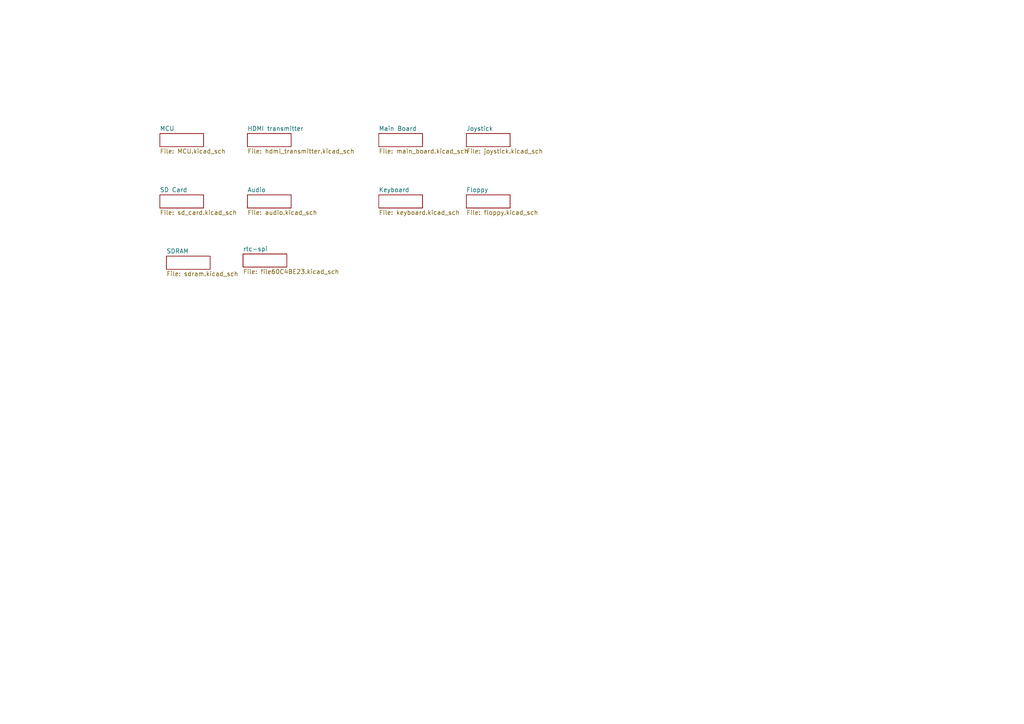
<source format=kicad_sch>
(kicad_sch (version 20230121) (generator eeschema)
  (paper "A4")
  (title_block (rev "0.1") (company "deFEEST"))
  (lib_symbols)
  (sheet (at 46.355 38.735) (size 12.7 3.81)
    (property "Sheetname" "MCU" (at 46.355 38.0234 0) (effects (justify left bottom)))
    (property "Sheetfile" "MCU.kicad_sch" (at 46.355 43.1296 0) (effects (justify left top)))
  )
  (sheet (at 71.755 38.735) (size 12.7 3.81)
    (property "Sheetname" "HDMI transmitter" (at 71.755 38.0234 0) (effects (justify left bottom)))
    (property "Sheetfile" "hdmi_transmitter.kicad_sch" (at 71.755 43.1296 0) (effects (justify left top)))
  )
  (sheet (at 109.855 38.735) (size 12.7 3.81)
    (property "Sheetname" "Main Board" (at 109.855 38.0234 0) (effects (justify left bottom)))
    (property "Sheetfile" "main_board.kicad_sch" (at 109.855 43.1296 0) (effects (justify left top)))
  )
  (sheet (at 135.255 38.735) (size 12.7 3.81)
    (property "Sheetname" "Joystick" (at 135.255 38.0234 0) (effects (justify left bottom)))
    (property "Sheetfile" "joystick.kicad_sch" (at 135.255 43.1296 0) (effects (justify left top)))
  )
  (sheet (at 46.355 56.515) (size 12.7 3.81)
    (property "Sheetname" "SD Card" (at 46.355 55.8034 0) (effects (justify left bottom)))
    (property "Sheetfile" "sd_card.kicad_sch" (at 46.355 60.9096 0) (effects (justify left top)))
  )
  (sheet (at 71.755 56.515) (size 12.7 3.81)
    (property "Sheetname" "Audio" (at 71.755 55.8034 0) (effects (justify left bottom)))
    (property "Sheetfile" "audio.kicad_sch" (at 71.755 60.9096 0) (effects (justify left top)))
  )
  (sheet (at 109.855 56.515) (size 12.7 3.81)
    (property "Sheetname" "Keyboard" (at 109.855 55.8034 0) (effects (justify left bottom)))
    (property "Sheetfile" "keyboard.kicad_sch" (at 109.855 60.9096 0) (effects (justify left top)))
  )
  (sheet (at 135.255 56.515) (size 12.7 3.81)
    (property "Sheetname" "Floppy" (at 135.255 55.8034 0) (effects (justify left bottom)))
    (property "Sheetfile" "floppy.kicad_sch" (at 135.255 60.9096 0) (effects (justify left top)))
  )
  (sheet (at 48.26 74.295) (size 12.7 3.81)
    (property "Sheetname" "SDRAM" (at 48.26 73.5834 0) (effects (justify left bottom)))
    (property "Sheetfile" "sdram.kicad_sch" (at 48.26 78.6896 0) (effects (justify left top)))
  )
  (sheet (at 70.485 73.66) (size 12.7 3.81)
    (property "Sheetname" "rtc-spi" (at 70.485 72.9484 0) (effects (justify left bottom)))
    (property "Sheetfile" "file60C4BE23.kicad_sch" (at 70.485 78.0546 0) (effects (justify left top)))
  )
)
</source>
